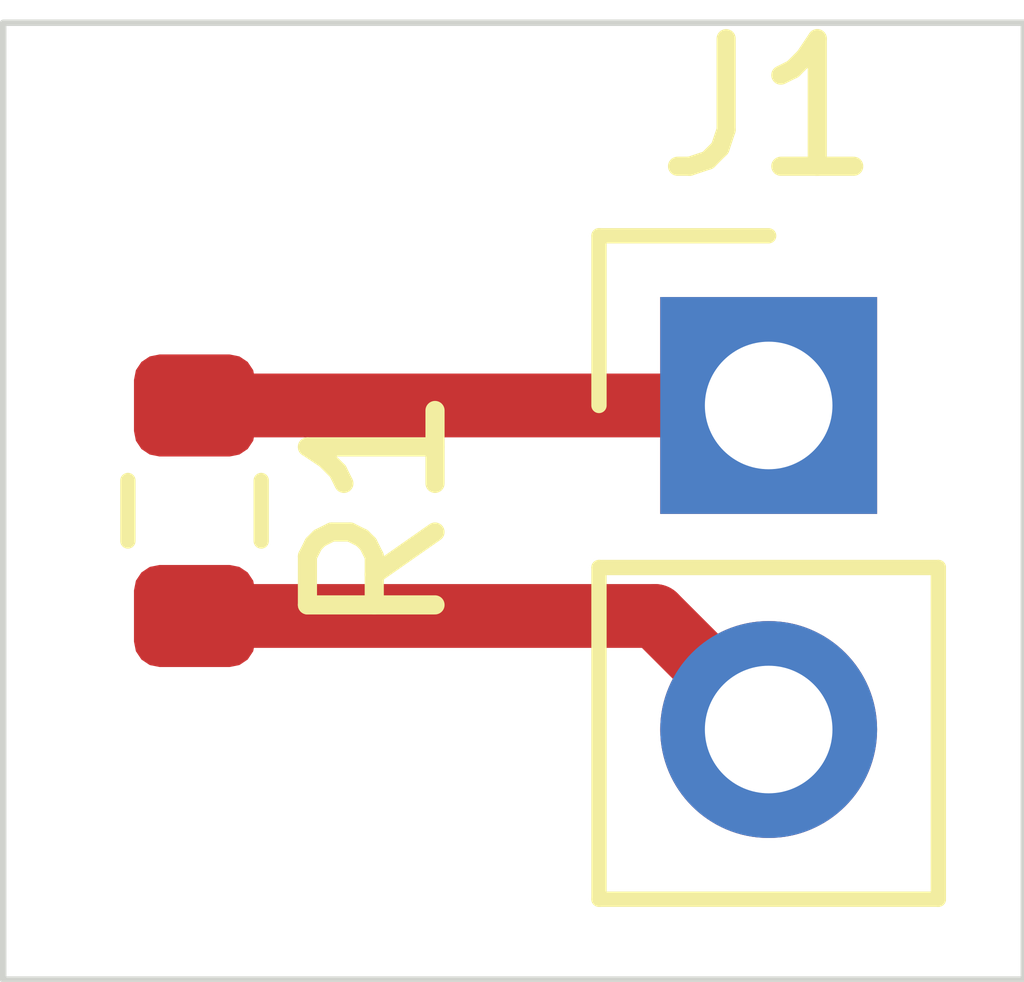
<source format=kicad_pcb>
(kicad_pcb (version 20240108) (generator "pcbnew") (generator_version "8.0")
  (title_block (title "Template") (company "Ontario Tech Racing"))
  (layers (0 "F.Cu" signal) (1 "In1.Cu" signal) (2 "In2.Cu" signal) (31 "B.Cu" signal) (34 "B.Paste" user) (35 "F.Paste" user) (36 "B.SilkS" user "B.Silkscreen") (37 "F.SilkS" user "F.Silkscreen") (38 "B.Mask" user) (39 "F.Mask" user) (44 "Edge.Cuts" user))
  (net 0 "")
  (net 1 "Net-(J1-Pin_1)")
  (net 2 "Net-(J1-Pin_2)")
  (footprint "Resistor_SMD:R_0603_1608Metric" (layer "F.Cu") (at 91 59.325 -90)
    (property "Reference" "R1" (at 0 -1.43 90) (layer "F.SilkS"))
    (property "Value" "120")
    (fp_line (start -0.237258 0.5225) (end 0.237258 0.5225) (stroke (width 0.12)) (layer "F.SilkS"))
    (fp_line (start -0.237258 -0.5225) (end 0.237258 -0.5225) (stroke (width 0.12)) (layer "F.SilkS"))
    (pad "1" smd roundrect (at -0.825 0 270) (size 0.8 0.95) (layers "F.Cu" "F.Paste" "F.Mask") (net 1 "Net-(J1-Pin_1)"))
    (pad "2" smd roundrect (at 0.825 0 270) (size 0.8 0.95) (layers "F.Cu" "F.Paste" "F.Mask") (net 2 "Net-(J1-Pin_2)"))
  )
  (footprint "Connector_PinHeader_2.54mm:PinHeader_1x02_P2.54mm_Vertical" (layer "F.Cu") (at 95.5 58.5)
    (property "Reference" "J1" (at 0 -2.33 0) (layer "F.SilkS"))
    (property "Value" "Screw_Terminal_01x02")
    (fp_line (start -1.33 -1.33) (end 0 -1.33) (stroke (width 0.12)) (layer "F.SilkS"))
    (fp_line (start -1.33 0) (end -1.33 -1.33) (stroke (width 0.12)) (layer "F.SilkS"))
    (fp_line (start -1.33 1.27) (end -1.33 3.87) (stroke (width 0.12)) (layer "F.SilkS"))
    (fp_line (start -1.33 1.27) (end 1.33 1.27) (stroke (width 0.12)) (layer "F.SilkS"))
    (fp_line (start -1.33 3.87) (end 1.33 3.87) (stroke (width 0.12)) (layer "F.SilkS"))
    (fp_line (start 1.33 1.27) (end 1.33 3.87) (stroke (width 0.12)) (layer "F.SilkS"))
    (pad "1" thru_hole rect (at 0 0) (size 1.7 1.7) (drill 1) (layers "*.Cu" "*.Mask") (net 1 "Net-(J1-Pin_1)"))
    (pad "2" thru_hole oval (at 0 2.54) (size 1.7 1.7) (drill 1) (layers "*.Cu" "*.Mask") (net 2 "Net-(J1-Pin_2)"))
  )
  (gr_rect (start 89.5 55.5) (end 97.5 63) (stroke (width 0.05)) (fill none) (layer "Edge.Cuts"))
  (segment (start 91 58.5) (end 95.5 58.5) (width 0.5) (layer "F.Cu") (net 1))
  (segment (start 94.61 60.15) (end 95.5 61.04) (width 0.5) (layer "F.Cu") (net 2))
  (segment (start 91 60.15) (end 94.61 60.15) (width 0.5) (layer "F.Cu") (net 2))
)
</source>
